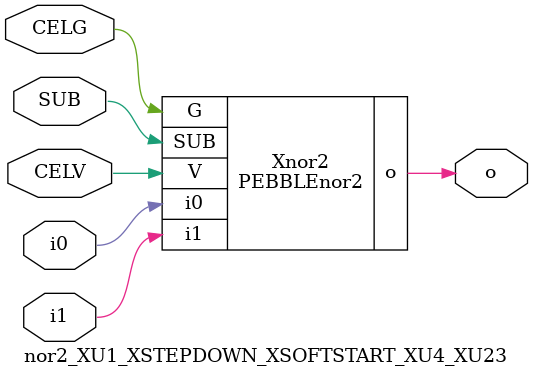
<source format=v>



module PEBBLEnor2 ( o, G, SUB, V, i0, i1 );

  input i0;
  input V;
  input i1;
  input G;
  output o;
  input SUB;
endmodule

//Celera Confidential Do Not Copy nor2_XU1_XSTEPDOWN_XSOFTSTART_XU4_XU23
//Celera Confidential Symbol Generator
//nor2
module nor2_XU1_XSTEPDOWN_XSOFTSTART_XU4_XU23 (CELV,CELG,i0,i1,o,SUB);
input CELV;
input CELG;
input i0;
input i1;
input SUB;
output o;

//Celera Confidential Do Not Copy nor2
PEBBLEnor2 Xnor2(
.V (CELV),
.i0 (i0),
.i1 (i1),
.o (o),
.SUB (SUB),
.G (CELG)
);
//,diesize,PEBBLEnor2

//Celera Confidential Do Not Copy Module End
//Celera Schematic Generator
endmodule

</source>
